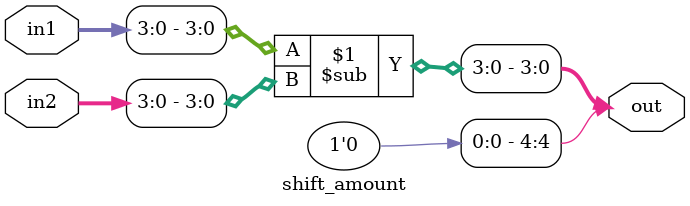
<source format=v>
`timescale 1ns / 1ps
module shift_amount(in1,in2,out
    );
input[4:0] in1,in2;//test if you need it letterly
output[4:0]out;
assign out={1'b0,(in1[3:0]-in2[3:0])};//(in1[4]==in2[4])?(in1[3:0]-in2[3:0]):
				
endmodule

</source>
